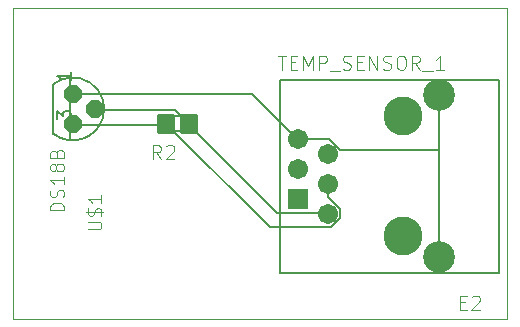
<source format=gbl>
%TF.GenerationSoftware,KiCad,Pcbnew,7.0.6*%
%TF.CreationDate,2023-12-02T13:02:46-07:00*%
%TF.ProjectId,Temperature Senor Board V2 (2),54656d70-6572-4617-9475-72652053656e,rev?*%
%TF.SameCoordinates,Original*%
%TF.FileFunction,Copper,L2,Bot*%
%TF.FilePolarity,Positive*%
%FSLAX46Y46*%
G04 Gerber Fmt 4.6, Leading zero omitted, Abs format (unit mm)*
G04 Created by KiCad (PCBNEW 7.0.6) date 2023-12-02 13:02:46*
%MOMM*%
%LPD*%
G01*
G04 APERTURE LIST*
G04 Aperture macros list*
%AMRoundRect*
0 Rectangle with rounded corners*
0 $1 Rounding radius*
0 $2 $3 $4 $5 $6 $7 $8 $9 X,Y pos of 4 corners*
0 Add a 4 corners polygon primitive as box body*
4,1,4,$2,$3,$4,$5,$6,$7,$8,$9,$2,$3,0*
0 Add four circle primitives for the rounded corners*
1,1,$1+$1,$2,$3*
1,1,$1+$1,$4,$5*
1,1,$1+$1,$6,$7*
1,1,$1+$1,$8,$9*
0 Add four rect primitives between the rounded corners*
20,1,$1+$1,$2,$3,$4,$5,0*
20,1,$1+$1,$4,$5,$6,$7,0*
20,1,$1+$1,$6,$7,$8,$9,0*
20,1,$1+$1,$8,$9,$2,$3,0*%
%AMOutline5P*
0 Free polygon, 5 corners , with rotation*
0 The origin of the aperture is its center*
0 number of corners: always 5*
0 $1 to $10 corner X, Y*
0 $11 Rotation angle, in degrees counterclockwise*
0 create outline with 5 corners*
4,1,5,$1,$2,$3,$4,$5,$6,$7,$8,$9,$10,$1,$2,$11*%
%AMOutline6P*
0 Free polygon, 6 corners , with rotation*
0 The origin of the aperture is its center*
0 number of corners: always 6*
0 $1 to $12 corner X, Y*
0 $13 Rotation angle, in degrees counterclockwise*
0 create outline with 6 corners*
4,1,6,$1,$2,$3,$4,$5,$6,$7,$8,$9,$10,$11,$12,$1,$2,$13*%
%AMOutline7P*
0 Free polygon, 7 corners , with rotation*
0 The origin of the aperture is its center*
0 number of corners: always 7*
0 $1 to $14 corner X, Y*
0 $15 Rotation angle, in degrees counterclockwise*
0 create outline with 7 corners*
4,1,7,$1,$2,$3,$4,$5,$6,$7,$8,$9,$10,$11,$12,$13,$14,$1,$2,$15*%
%AMOutline8P*
0 Free polygon, 8 corners , with rotation*
0 The origin of the aperture is its center*
0 number of corners: always 8*
0 $1 to $16 corner X, Y*
0 $17 Rotation angle, in degrees counterclockwise*
0 create outline with 8 corners*
4,1,8,$1,$2,$3,$4,$5,$6,$7,$8,$9,$10,$11,$12,$13,$14,$15,$16,$1,$2,$17*%
%AMFreePoly0*
4,1,25,0.333266,0.742596,0.345389,0.732242,0.732242,0.345389,0.760749,0.289441,0.762000,0.273547,0.762000,-0.273547,0.742596,-0.333266,0.732242,-0.345389,0.345389,-0.732242,0.289441,-0.760749,0.273547,-0.762000,-0.273547,-0.762000,-0.333266,-0.742596,-0.345389,-0.732242,-0.732242,-0.345389,-0.760749,-0.289441,-0.762000,-0.273547,-0.762000,0.273547,-0.742596,0.333266,-0.732242,0.345389,
-0.345389,0.732242,-0.289441,0.760749,-0.273547,0.762000,0.273547,0.762000,0.333266,0.742596,0.333266,0.742596,$1*%
G04 Aperture macros list end*
%TA.AperFunction,ComponentPad*%
%ADD10C,2.475000*%
%TD*%
%TA.AperFunction,ComponentPad*%
%ADD11C,1.508000*%
%TD*%
%TA.AperFunction,ComponentPad*%
%ADD12R,1.508000X1.508000*%
%TD*%
%TA.AperFunction,ComponentPad*%
%ADD13Outline8P,-0.660400X0.273547X-0.273547X0.660400X0.273547X0.660400X0.660400X0.273547X0.660400X-0.273547X0.273547X-0.660400X-0.273547X-0.660400X-0.660400X-0.273547X270.000000*%
%TD*%
%TA.AperFunction,SMDPad,CuDef*%
%ADD14R,1.300000X1.500000*%
%TD*%
%TA.AperFunction,Conductor*%
%ADD15C,0.152400*%
%TD*%
%ADD16R,1.300000X1.500000*%
%ADD17C,0.093472*%
%ADD18C,0.114300*%
%ADD19C,0.127000*%
%ADD20C,3.300000*%
%ADD21C,2.678200*%
%ADD22C,1.711200*%
%ADD23RoundRect,0.101600X0.754000X-0.754000X0.754000X0.754000X-0.754000X0.754000X-0.754000X-0.754000X0*%
%ADD24RoundRect,0.101600X-0.650000X-0.750000X0.650000X-0.750000X0.650000X0.750000X-0.650000X0.750000X0*%
%ADD25FreePoly0,270.000000*%
%TA.AperFunction,Profile*%
%ADD26C,0.050000*%
%TD*%
%ADD27C,0.152400*%
G04 APERTURE END LIST*
D10*
%TO.P,E2,SH2*%
%TO.N,GND*%
X163626100Y-99253600D03*
%TO.P,E2,SH1*%
X163626100Y-112973600D03*
D11*
%TO.P,E2,6*%
%TO.N,N/C*%
X154226100Y-104203600D03*
%TO.P,E2,5*%
%TO.N,VDD*%
X154226100Y-106743600D03*
%TO.P,E2,4*%
%TO.N,DQ*%
X154226100Y-109283600D03*
%TO.P,E2,3*%
%TO.N,GND*%
X151686100Y-102933600D03*
%TO.P,E2,2*%
%TO.N,N/C*%
X151686100Y-105473600D03*
D12*
%TO.P,E2,1*%
X151686100Y-108013600D03*
%TD*%
D13*
%TO.P,U$1,1*%
%TO.N,GND*%
X132636100Y-99123600D03*
%TO.P,U$1,2*%
%TO.N,DQ*%
X134541100Y-100393600D03*
%TO.P,U$1,3*%
%TO.N,VDD*%
X132636100Y-101663600D03*
%TD*%
D10*
%TO.P,E2,SH2*%
%TO.N,GND*%
X163626100Y-99253600D03*
%TO.P,E2,SH1*%
X163626100Y-112973600D03*
D11*
%TO.P,E2,6*%
%TO.N,N/C*%
X154226100Y-104203600D03*
%TO.P,E2,5*%
%TO.N,VDD*%
X154226100Y-106743600D03*
%TO.P,E2,4*%
%TO.N,DQ*%
X154226100Y-109283600D03*
%TO.P,E2,3*%
%TO.N,GND*%
X151686100Y-102933600D03*
%TO.P,E2,2*%
%TO.N,N/C*%
X151686100Y-105473600D03*
D12*
%TO.P,E2,1*%
X151686100Y-108013600D03*
%TD*%
D14*
%TO.P,R2,2*%
%TO.N,DQ*%
X142476100Y-101663600D03*
%TO.P,R2,1*%
%TO.N,VDD*%
X140576100Y-101663600D03*
%TD*%
D13*
%TO.P,U$1,1*%
%TO.N,GND*%
X132636100Y-99123600D03*
%TO.P,U$1,2*%
%TO.N,DQ*%
X134541100Y-100393600D03*
%TO.P,U$1,3*%
%TO.N,VDD*%
X132636100Y-101663600D03*
%TD*%
D15*
%TO.N,GND*%
X151686100Y-102933600D02*
X154378500Y-102933600D01*
X154378500Y-102933600D02*
X155292900Y-103848000D01*
X155292900Y-103848000D02*
X163674900Y-103848000D01*
X151635300Y-102933600D02*
X151686100Y-102933600D01*
X151635300Y-102933600D02*
X147825300Y-99123600D01*
X147825300Y-99123600D02*
X132636100Y-99123600D01*
X163674900Y-99276000D02*
X163626100Y-99253600D01*
X163674900Y-112839600D02*
X163626100Y-112973600D01*
X163674900Y-103848000D02*
X163674900Y-112839600D01*
X163674900Y-99276000D02*
X163674900Y-103848000D01*
%TO.N,VDD*%
X140662500Y-101714400D02*
X140576100Y-101663600D01*
X140662500Y-101714400D02*
X149349300Y-110401200D01*
X149349300Y-110401200D02*
X154530900Y-110401200D01*
X154530900Y-110401200D02*
X155292900Y-109639200D01*
X155292900Y-109639200D02*
X155292900Y-108877200D01*
X155292900Y-108877200D02*
X154226100Y-107810400D01*
X154226100Y-107810400D02*
X154226100Y-106743600D01*
X132737700Y-101714400D02*
X132636100Y-101663600D01*
X140510100Y-101714400D02*
X140576100Y-101663600D01*
X132737700Y-101714400D02*
X140510100Y-101714400D01*
%TO.N,DQ*%
X142491300Y-101714400D02*
X142476100Y-101663600D01*
X154226100Y-109182000D02*
X154226100Y-109283600D01*
X142491300Y-101714400D02*
X149958900Y-109182000D01*
X149958900Y-109182000D02*
X154226100Y-109182000D01*
X134566500Y-100495200D02*
X134541100Y-100393600D01*
X142338900Y-101562000D02*
X142476100Y-101663600D01*
X134566500Y-100495200D02*
X141272100Y-100495200D01*
X141272100Y-100495200D02*
X142338900Y-101562000D01*
%TD*%
D16*
%TO.C,R2*%
X142476100Y-101663600D03*
X140576100Y-101663600D03*
%TD*%
D17*
X165441619Y-116763147D02*
X165833795Y-116763147D01*
X166001871Y-117379424D02*
X165441619Y-117379424D01*
X165441619Y-117379424D02*
X165441619Y-116202896D01*
X165441619Y-116202896D02*
X166001871Y-116202896D01*
X166450072Y-116314946D02*
X166506097Y-116258921D01*
X166506097Y-116258921D02*
X166618148Y-116202896D01*
X166618148Y-116202896D02*
X166898273Y-116202896D01*
X166898273Y-116202896D02*
X167010324Y-116258921D01*
X167010324Y-116258921D02*
X167066349Y-116314946D01*
X167066349Y-116314946D02*
X167122374Y-116426996D01*
X167122374Y-116426996D02*
X167122374Y-116539047D01*
X167122374Y-116539047D02*
X167066349Y-116707122D01*
X167066349Y-116707122D02*
X166394047Y-117379424D01*
X166394047Y-117379424D02*
X167122374Y-117379424D01*
X150033544Y-95882896D02*
X150705846Y-95882896D01*
X150369695Y-97059424D02*
X150369695Y-95882896D01*
X151098021Y-96443147D02*
X151490197Y-96443147D01*
X151658273Y-97059424D02*
X151098021Y-97059424D01*
X151098021Y-97059424D02*
X151098021Y-95882896D01*
X151098021Y-95882896D02*
X151658273Y-95882896D01*
X152162499Y-97059424D02*
X152162499Y-95882896D01*
X152162499Y-95882896D02*
X152554675Y-96723273D01*
X152554675Y-96723273D02*
X152946851Y-95882896D01*
X152946851Y-95882896D02*
X152946851Y-97059424D01*
X153507102Y-97059424D02*
X153507102Y-95882896D01*
X153507102Y-95882896D02*
X153955303Y-95882896D01*
X153955303Y-95882896D02*
X154067354Y-95938921D01*
X154067354Y-95938921D02*
X154123379Y-95994946D01*
X154123379Y-95994946D02*
X154179404Y-96106996D01*
X154179404Y-96106996D02*
X154179404Y-96275072D01*
X154179404Y-96275072D02*
X154123379Y-96387122D01*
X154123379Y-96387122D02*
X154067354Y-96443147D01*
X154067354Y-96443147D02*
X153955303Y-96499172D01*
X153955303Y-96499172D02*
X153507102Y-96499172D01*
X154403505Y-97171474D02*
X155299907Y-97171474D01*
X155524007Y-97003399D02*
X155692083Y-97059424D01*
X155692083Y-97059424D02*
X155972208Y-97059424D01*
X155972208Y-97059424D02*
X156084259Y-97003399D01*
X156084259Y-97003399D02*
X156140284Y-96947373D01*
X156140284Y-96947373D02*
X156196309Y-96835323D01*
X156196309Y-96835323D02*
X156196309Y-96723273D01*
X156196309Y-96723273D02*
X156140284Y-96611223D01*
X156140284Y-96611223D02*
X156084259Y-96555197D01*
X156084259Y-96555197D02*
X155972208Y-96499172D01*
X155972208Y-96499172D02*
X155748108Y-96443147D01*
X155748108Y-96443147D02*
X155636057Y-96387122D01*
X155636057Y-96387122D02*
X155580032Y-96331097D01*
X155580032Y-96331097D02*
X155524007Y-96219047D01*
X155524007Y-96219047D02*
X155524007Y-96106996D01*
X155524007Y-96106996D02*
X155580032Y-95994946D01*
X155580032Y-95994946D02*
X155636057Y-95938921D01*
X155636057Y-95938921D02*
X155748108Y-95882896D01*
X155748108Y-95882896D02*
X156028233Y-95882896D01*
X156028233Y-95882896D02*
X156196309Y-95938921D01*
X156700535Y-96443147D02*
X157092711Y-96443147D01*
X157260787Y-97059424D02*
X156700535Y-97059424D01*
X156700535Y-97059424D02*
X156700535Y-95882896D01*
X156700535Y-95882896D02*
X157260787Y-95882896D01*
X157765013Y-97059424D02*
X157765013Y-95882896D01*
X157765013Y-95882896D02*
X158437315Y-97059424D01*
X158437315Y-97059424D02*
X158437315Y-95882896D01*
X158941541Y-97003399D02*
X159109617Y-97059424D01*
X159109617Y-97059424D02*
X159389742Y-97059424D01*
X159389742Y-97059424D02*
X159501793Y-97003399D01*
X159501793Y-97003399D02*
X159557818Y-96947373D01*
X159557818Y-96947373D02*
X159613843Y-96835323D01*
X159613843Y-96835323D02*
X159613843Y-96723273D01*
X159613843Y-96723273D02*
X159557818Y-96611223D01*
X159557818Y-96611223D02*
X159501793Y-96555197D01*
X159501793Y-96555197D02*
X159389742Y-96499172D01*
X159389742Y-96499172D02*
X159165642Y-96443147D01*
X159165642Y-96443147D02*
X159053591Y-96387122D01*
X159053591Y-96387122D02*
X158997566Y-96331097D01*
X158997566Y-96331097D02*
X158941541Y-96219047D01*
X158941541Y-96219047D02*
X158941541Y-96106996D01*
X158941541Y-96106996D02*
X158997566Y-95994946D01*
X158997566Y-95994946D02*
X159053591Y-95938921D01*
X159053591Y-95938921D02*
X159165642Y-95882896D01*
X159165642Y-95882896D02*
X159445767Y-95882896D01*
X159445767Y-95882896D02*
X159613843Y-95938921D01*
X160342170Y-95882896D02*
X160566270Y-95882896D01*
X160566270Y-95882896D02*
X160678321Y-95938921D01*
X160678321Y-95938921D02*
X160790371Y-96050971D01*
X160790371Y-96050971D02*
X160846396Y-96275072D01*
X160846396Y-96275072D02*
X160846396Y-96667248D01*
X160846396Y-96667248D02*
X160790371Y-96891348D01*
X160790371Y-96891348D02*
X160678321Y-97003399D01*
X160678321Y-97003399D02*
X160566270Y-97059424D01*
X160566270Y-97059424D02*
X160342170Y-97059424D01*
X160342170Y-97059424D02*
X160230120Y-97003399D01*
X160230120Y-97003399D02*
X160118069Y-96891348D01*
X160118069Y-96891348D02*
X160062044Y-96667248D01*
X160062044Y-96667248D02*
X160062044Y-96275072D01*
X160062044Y-96275072D02*
X160118069Y-96050971D01*
X160118069Y-96050971D02*
X160230120Y-95938921D01*
X160230120Y-95938921D02*
X160342170Y-95882896D01*
X162022924Y-97059424D02*
X161630748Y-96499172D01*
X161350622Y-97059424D02*
X161350622Y-95882896D01*
X161350622Y-95882896D02*
X161798823Y-95882896D01*
X161798823Y-95882896D02*
X161910874Y-95938921D01*
X161910874Y-95938921D02*
X161966899Y-95994946D01*
X161966899Y-95994946D02*
X162022924Y-96106996D01*
X162022924Y-96106996D02*
X162022924Y-96275072D01*
X162022924Y-96275072D02*
X161966899Y-96387122D01*
X161966899Y-96387122D02*
X161910874Y-96443147D01*
X161910874Y-96443147D02*
X161798823Y-96499172D01*
X161798823Y-96499172D02*
X161350622Y-96499172D01*
X162247025Y-97171474D02*
X163143427Y-97171474D01*
X164039829Y-97059424D02*
X163367527Y-97059424D01*
X163703678Y-97059424D02*
X163703678Y-95882896D01*
X163703678Y-95882896D02*
X163591628Y-96050971D01*
X163591628Y-96050971D02*
X163479577Y-96163021D01*
X163479577Y-96163021D02*
X163367527Y-96219047D01*
X140113921Y-104629424D02*
X139721745Y-104069172D01*
X139441619Y-104629424D02*
X139441619Y-103452896D01*
X139441619Y-103452896D02*
X139889820Y-103452896D01*
X139889820Y-103452896D02*
X140001871Y-103508921D01*
X140001871Y-103508921D02*
X140057896Y-103564946D01*
X140057896Y-103564946D02*
X140113921Y-103676996D01*
X140113921Y-103676996D02*
X140113921Y-103845072D01*
X140113921Y-103845072D02*
X140057896Y-103957122D01*
X140057896Y-103957122D02*
X140001871Y-104013147D01*
X140001871Y-104013147D02*
X139889820Y-104069172D01*
X139889820Y-104069172D02*
X139441619Y-104069172D01*
X140562122Y-103564946D02*
X140618147Y-103508921D01*
X140618147Y-103508921D02*
X140730198Y-103452896D01*
X140730198Y-103452896D02*
X141010323Y-103452896D01*
X141010323Y-103452896D02*
X141122374Y-103508921D01*
X141122374Y-103508921D02*
X141178399Y-103564946D01*
X141178399Y-103564946D02*
X141234424Y-103676996D01*
X141234424Y-103676996D02*
X141234424Y-103789047D01*
X141234424Y-103789047D02*
X141178399Y-103957122D01*
X141178399Y-103957122D02*
X140506097Y-104629424D01*
X140506097Y-104629424D02*
X141234424Y-104629424D01*
D18*
X133914105Y-110590697D02*
X134849672Y-110590697D01*
X134849672Y-110590697D02*
X134959738Y-110535664D01*
X134959738Y-110535664D02*
X135014772Y-110480630D01*
X135014772Y-110480630D02*
X135069805Y-110370564D01*
X135069805Y-110370564D02*
X135069805Y-110150430D01*
X135069805Y-110150430D02*
X135014772Y-110040364D01*
X135014772Y-110040364D02*
X134959738Y-109985330D01*
X134959738Y-109985330D02*
X134849672Y-109930297D01*
X134849672Y-109930297D02*
X133914105Y-109930297D01*
X135014772Y-109434997D02*
X135069805Y-109269897D01*
X135069805Y-109269897D02*
X135069805Y-108994731D01*
X135069805Y-108994731D02*
X135014772Y-108884664D01*
X135014772Y-108884664D02*
X134959738Y-108829631D01*
X134959738Y-108829631D02*
X134849672Y-108774597D01*
X134849672Y-108774597D02*
X134739605Y-108774597D01*
X134739605Y-108774597D02*
X134629538Y-108829631D01*
X134629538Y-108829631D02*
X134574505Y-108884664D01*
X134574505Y-108884664D02*
X134519472Y-108994731D01*
X134519472Y-108994731D02*
X134464438Y-109214864D01*
X134464438Y-109214864D02*
X134409405Y-109324931D01*
X134409405Y-109324931D02*
X134354372Y-109379964D01*
X134354372Y-109379964D02*
X134244305Y-109434997D01*
X134244305Y-109434997D02*
X134134238Y-109434997D01*
X134134238Y-109434997D02*
X134024172Y-109379964D01*
X134024172Y-109379964D02*
X133969138Y-109324931D01*
X133969138Y-109324931D02*
X133914105Y-109214864D01*
X133914105Y-109214864D02*
X133914105Y-108939697D01*
X133914105Y-108939697D02*
X133969138Y-108774597D01*
X133749005Y-109104797D02*
X135234905Y-109104797D01*
X135069805Y-107673930D02*
X135069805Y-108334330D01*
X135069805Y-108004130D02*
X133914105Y-108004130D01*
X133914105Y-108004130D02*
X134079205Y-108114197D01*
X134079205Y-108114197D02*
X134189272Y-108224264D01*
X134189272Y-108224264D02*
X134244305Y-108334330D01*
D19*
%TO.C,E2*%
X150166100Y-114273600D02*
X150166100Y-97943600D01*
X150166100Y-97943600D02*
X168706100Y-97943600D01*
X150166100Y-114273600D02*
X168706100Y-114273600D01*
X168706100Y-114273600D02*
X168706100Y-97943600D01*
%TO.C,U$1*%
X132382100Y-102647300D02*
X132382100Y-103048500D01*
X132382100Y-100107300D02*
X132382100Y-100679900D01*
X132382100Y-97738700D02*
X132382100Y-98139900D01*
X130985100Y-98299100D02*
X130985100Y-102488100D01*
X130985101Y-102488098D02*
G75*
G03*
X135184499Y-101179900I1650989J2094486D01*
G01*
X135184600Y-99607301D02*
G75*
G03*
X132382100Y-97738701I-2548480J-786299D01*
G01*
X132382100Y-97738700D02*
G75*
G03*
X130985100Y-98299000I253952J-2654903D01*
G01*
%TD*%
%LPC*%
D20*
%TO.C,E2*%
X160576100Y-101033600D03*
X160576100Y-111193600D03*
D21*
X163626100Y-99253600D03*
X163626100Y-112973600D03*
D22*
X154226100Y-104203600D03*
X154226100Y-106743600D03*
X154226100Y-109283600D03*
X151686100Y-102933600D03*
X151686100Y-105473600D03*
D23*
X151686100Y-108013600D03*
%TD*%
D24*
%TO.C,R2*%
X142476100Y-101663600D03*
X140576100Y-101663600D03*
%TD*%
D25*
%TO.C,U$1*%
X132636100Y-99123600D03*
X134541100Y-100393600D03*
X132636100Y-101663600D03*
%TD*%
%LPD*%
%LPC*%
D20*
%TO.C,E2*%
X160576100Y-101033600D03*
X160576100Y-111193600D03*
D21*
X163626100Y-99253600D03*
X163626100Y-112973600D03*
D22*
X154226100Y-104203600D03*
X154226100Y-106743600D03*
X154226100Y-109283600D03*
X151686100Y-102933600D03*
X151686100Y-105473600D03*
D23*
X151686100Y-108013600D03*
%TD*%
D25*
%TO.C,U$1*%
X132636100Y-99123600D03*
X134541100Y-100393600D03*
X132636100Y-101663600D03*
%TD*%
%LPD*%
D20*
%TO.C,E2*%
X160576100Y-101033600D03*
X160576100Y-111193600D03*
D21*
X163626100Y-99253600D03*
X163626100Y-112973600D03*
D22*
X154226100Y-104203600D03*
X154226100Y-106743600D03*
X154226100Y-109283600D03*
X151686100Y-102933600D03*
X151686100Y-105473600D03*
D23*
X151686100Y-108013600D03*
%TD*%
D24*
%TO.C,R2*%
X142476100Y-101663600D03*
X140576100Y-101663600D03*
%TD*%
D25*
%TO.C,U$1*%
X132636100Y-99123600D03*
X134541100Y-100393600D03*
X132636100Y-101663600D03*
%TD*%
D20*
%TO.C,E2*%
X160576100Y-101033600D03*
X160576100Y-111193600D03*
D21*
X163626100Y-99253600D03*
X163626100Y-112973600D03*
D22*
X154226100Y-104203600D03*
X154226100Y-106743600D03*
X154226100Y-109283600D03*
X151686100Y-102933600D03*
X151686100Y-105473600D03*
D23*
X151686100Y-108013600D03*
%TD*%
D25*
%TO.C,U$1*%
X132636100Y-99123600D03*
X134541100Y-100393600D03*
X132636100Y-101663600D03*
%TD*%
D26*
X127556100Y-118173600D02*
X169446100Y-118173600D01*
X169446100Y-118173600D02*
X169446100Y-91833600D01*
X169446100Y-91833600D02*
X127556100Y-91833600D01*
X127556100Y-91833600D02*
X127556100Y-118173600D01*
D18*
X131894805Y-108982031D02*
X130739105Y-108982031D01*
X130739105Y-108982031D02*
X130739105Y-108706864D01*
X130739105Y-108706864D02*
X130794138Y-108541764D01*
X130794138Y-108541764D02*
X130904205Y-108431698D01*
X130904205Y-108431698D02*
X131014272Y-108376664D01*
X131014272Y-108376664D02*
X131234405Y-108321631D01*
X131234405Y-108321631D02*
X131399505Y-108321631D01*
X131399505Y-108321631D02*
X131619638Y-108376664D01*
X131619638Y-108376664D02*
X131729705Y-108431698D01*
X131729705Y-108431698D02*
X131839772Y-108541764D01*
X131839772Y-108541764D02*
X131894805Y-108706864D01*
X131894805Y-108706864D02*
X131894805Y-108982031D01*
X131839772Y-107881364D02*
X131894805Y-107716264D01*
X131894805Y-107716264D02*
X131894805Y-107441098D01*
X131894805Y-107441098D02*
X131839772Y-107331031D01*
X131839772Y-107331031D02*
X131784738Y-107275998D01*
X131784738Y-107275998D02*
X131674672Y-107220964D01*
X131674672Y-107220964D02*
X131564605Y-107220964D01*
X131564605Y-107220964D02*
X131454538Y-107275998D01*
X131454538Y-107275998D02*
X131399505Y-107331031D01*
X131399505Y-107331031D02*
X131344472Y-107441098D01*
X131344472Y-107441098D02*
X131289438Y-107661231D01*
X131289438Y-107661231D02*
X131234405Y-107771298D01*
X131234405Y-107771298D02*
X131179372Y-107826331D01*
X131179372Y-107826331D02*
X131069305Y-107881364D01*
X131069305Y-107881364D02*
X130959238Y-107881364D01*
X130959238Y-107881364D02*
X130849172Y-107826331D01*
X130849172Y-107826331D02*
X130794138Y-107771298D01*
X130794138Y-107771298D02*
X130739105Y-107661231D01*
X130739105Y-107661231D02*
X130739105Y-107386064D01*
X130739105Y-107386064D02*
X130794138Y-107220964D01*
X131894805Y-106120297D02*
X131894805Y-106780697D01*
X131894805Y-106450497D02*
X130739105Y-106450497D01*
X130739105Y-106450497D02*
X130904205Y-106560564D01*
X130904205Y-106560564D02*
X131014272Y-106670631D01*
X131014272Y-106670631D02*
X131069305Y-106780697D01*
X131234405Y-105459897D02*
X131179372Y-105569964D01*
X131179372Y-105569964D02*
X131124338Y-105624997D01*
X131124338Y-105624997D02*
X131014272Y-105680030D01*
X131014272Y-105680030D02*
X130959238Y-105680030D01*
X130959238Y-105680030D02*
X130849172Y-105624997D01*
X130849172Y-105624997D02*
X130794138Y-105569964D01*
X130794138Y-105569964D02*
X130739105Y-105459897D01*
X130739105Y-105459897D02*
X130739105Y-105239764D01*
X130739105Y-105239764D02*
X130794138Y-105129697D01*
X130794138Y-105129697D02*
X130849172Y-105074664D01*
X130849172Y-105074664D02*
X130959238Y-105019630D01*
X130959238Y-105019630D02*
X131014272Y-105019630D01*
X131014272Y-105019630D02*
X131124338Y-105074664D01*
X131124338Y-105074664D02*
X131179372Y-105129697D01*
X131179372Y-105129697D02*
X131234405Y-105239764D01*
X131234405Y-105239764D02*
X131234405Y-105459897D01*
X131234405Y-105459897D02*
X131289438Y-105569964D01*
X131289438Y-105569964D02*
X131344472Y-105624997D01*
X131344472Y-105624997D02*
X131454538Y-105680030D01*
X131454538Y-105680030D02*
X131674672Y-105680030D01*
X131674672Y-105680030D02*
X131784738Y-105624997D01*
X131784738Y-105624997D02*
X131839772Y-105569964D01*
X131839772Y-105569964D02*
X131894805Y-105459897D01*
X131894805Y-105459897D02*
X131894805Y-105239764D01*
X131894805Y-105239764D02*
X131839772Y-105129697D01*
X131839772Y-105129697D02*
X131784738Y-105074664D01*
X131784738Y-105074664D02*
X131674672Y-105019630D01*
X131674672Y-105019630D02*
X131454538Y-105019630D01*
X131454538Y-105019630D02*
X131344472Y-105074664D01*
X131344472Y-105074664D02*
X131289438Y-105129697D01*
X131289438Y-105129697D02*
X131234405Y-105239764D01*
X131289438Y-104139097D02*
X131344472Y-103973997D01*
X131344472Y-103973997D02*
X131399505Y-103918963D01*
X131399505Y-103918963D02*
X131509572Y-103863930D01*
X131509572Y-103863930D02*
X131674672Y-103863930D01*
X131674672Y-103863930D02*
X131784738Y-103918963D01*
X131784738Y-103918963D02*
X131839772Y-103973997D01*
X131839772Y-103973997D02*
X131894805Y-104084063D01*
X131894805Y-104084063D02*
X131894805Y-104524330D01*
X131894805Y-104524330D02*
X130739105Y-104524330D01*
X130739105Y-104524330D02*
X130739105Y-104139097D01*
X130739105Y-104139097D02*
X130794138Y-104029030D01*
X130794138Y-104029030D02*
X130849172Y-103973997D01*
X130849172Y-103973997D02*
X130959238Y-103918963D01*
X130959238Y-103918963D02*
X131069305Y-103918963D01*
X131069305Y-103918963D02*
X131179372Y-103973997D01*
X131179372Y-103973997D02*
X131234405Y-104029030D01*
X131234405Y-104029030D02*
X131289438Y-104139097D01*
X131289438Y-104139097D02*
X131289438Y-104524330D01*
D19*
X131346614Y-101289762D02*
X131346614Y-100582190D01*
X131346614Y-100582190D02*
X131782043Y-100963190D01*
X131782043Y-100963190D02*
X131782043Y-100799905D01*
X131782043Y-100799905D02*
X131836471Y-100691048D01*
X131836471Y-100691048D02*
X131890900Y-100636619D01*
X131890900Y-100636619D02*
X131999757Y-100582190D01*
X131999757Y-100582190D02*
X132271900Y-100582190D01*
X132271900Y-100582190D02*
X132380757Y-100636619D01*
X132380757Y-100636619D02*
X132435186Y-100691048D01*
X132435186Y-100691048D02*
X132489614Y-100799905D01*
X132489614Y-100799905D02*
X132489614Y-101126476D01*
X132489614Y-101126476D02*
X132435186Y-101235333D01*
X132435186Y-101235333D02*
X132380757Y-101289762D01*
X132489614Y-97280190D02*
X132489614Y-97933333D01*
X132489614Y-97606762D02*
X131346614Y-97606762D01*
X131346614Y-97606762D02*
X131509900Y-97715619D01*
X131509900Y-97715619D02*
X131618757Y-97824476D01*
X131618757Y-97824476D02*
X131673186Y-97933333D01*
X132090471Y-99457333D02*
X132036043Y-99402905D01*
X132036043Y-99402905D02*
X131981614Y-99294048D01*
X131981614Y-99294048D02*
X131981614Y-99021905D01*
X131981614Y-99021905D02*
X132036043Y-98913048D01*
X132036043Y-98913048D02*
X132090471Y-98858619D01*
X132090471Y-98858619D02*
X132199328Y-98804190D01*
X132199328Y-98804190D02*
X132308186Y-98804190D01*
X132308186Y-98804190D02*
X132471471Y-98858619D01*
X132471471Y-98858619D02*
X133124614Y-99511762D01*
X133124614Y-99511762D02*
X133124614Y-98804190D01*
%TO.C,R2*%
G36*
X141109300Y-102362100D02*
G01*
X140459300Y-102362100D01*
X140459300Y-100962100D01*
X141109300Y-100962100D01*
X141109300Y-102362100D01*
G37*
G36*
X142582500Y-102362100D02*
G01*
X141932500Y-102362100D01*
X141932500Y-100962100D01*
X142582500Y-100962100D01*
X142582500Y-102362100D01*
G37*
D27*
X141116100Y-102298600D02*
X141936100Y-102298600D01*
X141116100Y-101028600D02*
X141936100Y-101028600D01*
D19*
%TO.C,U$1*%
X135184600Y-101179900D02*
G75*
G03*
X135184600Y-99607300I-2548500J786300D01*
G01*
X132382100Y-100679900D02*
X132382100Y-102647300D01*
X132382100Y-98139900D02*
X132382100Y-100107300D01*
%TD*%
M02*

</source>
